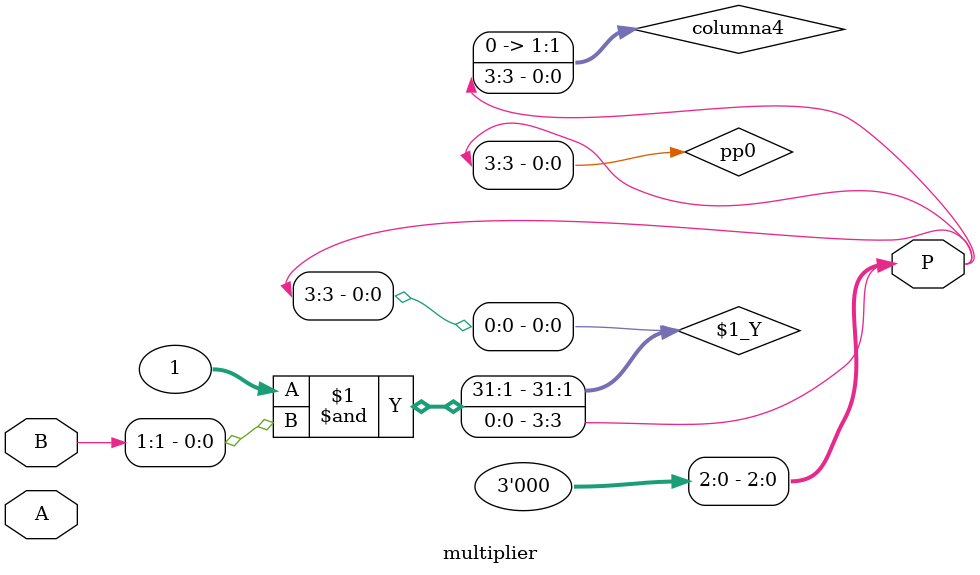
<source format=v>

`timescale 1ns/1ps  
module multiplier (
input [1:0] A,
input [1:0] B,
output [3:0] P);

        // Generación de productos parciales
 wire pp0 = ((1) & (B[1]));

    // Suma de productos parciales
wire [1:0] columna4 = pp0;
assign P = (columna4 << 3);
endmodule
</source>
